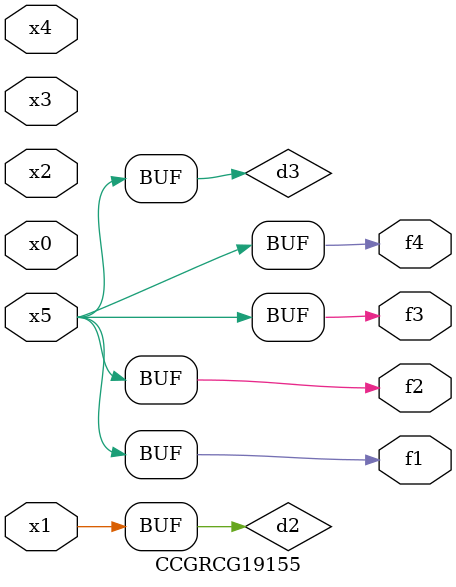
<source format=v>
module CCGRCG19155(
	input x0, x1, x2, x3, x4, x5,
	output f1, f2, f3, f4
);

	wire d1, d2, d3;

	not (d1, x5);
	or (d2, x1);
	xnor (d3, d1);
	assign f1 = d3;
	assign f2 = d3;
	assign f3 = d3;
	assign f4 = d3;
endmodule

</source>
